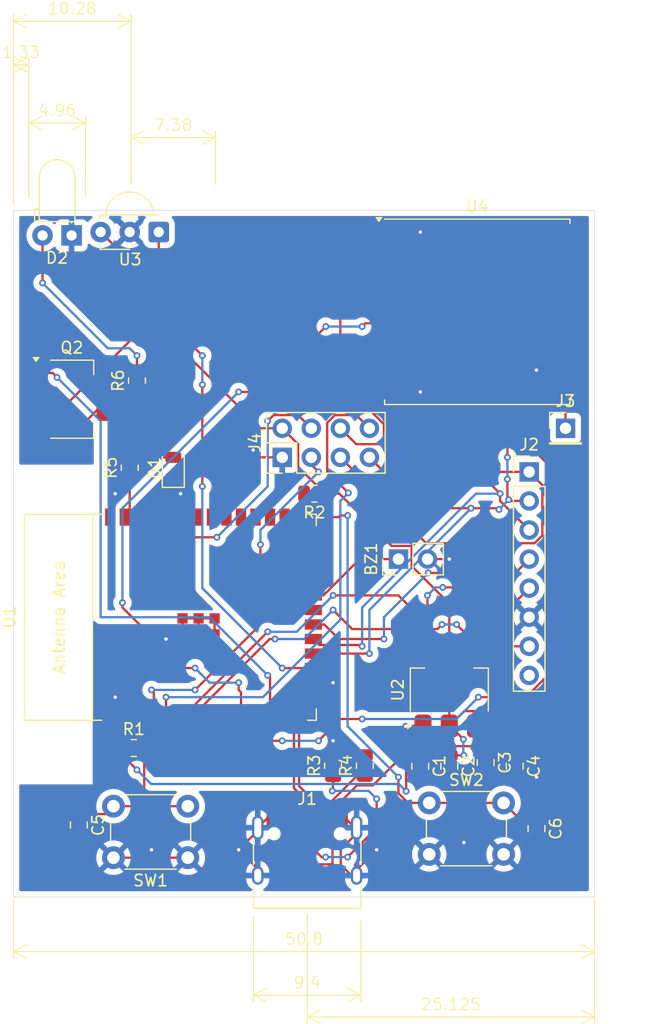
<source format=kicad_pcb>
(kicad_pcb (version 20241229) (generator "pcbnew") (generator_version "9.0")
  (layers (0 "F.Cu" signal) (2 "B.Cu" signal) (13 "F.Paste" user) (15 "B.Paste" user) (5 "F.SilkS" user "F.Silkscreen") (7 "B.SilkS" user "B.Silkscreen") (1 "F.Mask" user) (3 "B.Mask" user) (25 "Edge.Cuts" user))
  (net 0 "")
  (net 1 "GND")
  (net 2 "BUZZER")
  (net 3 "REGULATED_3V3")
  (net 4 "USB_5V")
  (net 5 "Net-(D1-A)")
  (net 6 "Net-(D2-A)")
  (net 8 "Net-(J1-CC1)")
  (net 9 "USB_D-")
  (net 11 "USB_D+")
  (net 12 "Net-(J1-CC2)")
  (net 13 "MOSI")
  (net 14 "SCLK")
  (net 15 "PN532_CS")
  (net 16 "PN532_IRQ")
  (net 18 "MISO")
  (net 19 "CC1101_GDO2")
  (net 20 "CC1101_CS")
  (net 21 "CC1101_GDO0")
  (net 22 "Net-(Q2-C)")
  (net 23 "IR_TX")
  (net 24 "Net-(U1-EN)")
  (net 25 "Net-(U1-GPIO0{slash}BOOT)")
  (net 26 "LED_PIN")
  (net 35 "RFM95_INT")
  (net 44 "IR_RX")
  (net 46 "RFM95_CS")
  (net 48 "Net-(J3-Pin_1)")
  (footprint "Resistor_SMD:R_0805_2012Metric" (layer "F.Cu") (at 116.84 92.9875 90)
    (property "Reference" "R3")
    (property "Value" "5.1k")
  )
  (footprint "Button_Switch_THT:SW_PUSH_6mm_H5mm" (layer "F.Cu") (at 104.14 101.02 180)
    (property "Reference" "SW1")
    (property "Value" "reset")
  )
  (footprint "Resistor_SMD:R_0805_2012Metric" (layer "F.Cu") (at 99.06 66.9525 90)
    (property "Reference" "R5")
    (property "Value" "220")
  )
  (footprint "Button_Switch_THT:SW_PUSH_6mm_H5mm" (layer "F.Cu") (at 125.245 96.23)
    (property "Reference" "SW2")
    (property "Value" "boot")
  )
  (footprint "Connector_PinHeader_2.54mm:PinHeader_1x02_P2.54mm_Vertical" (layer "F.Cu") (at 122.555 74.93 90)
    (property "Reference" "BZ1")
    (property "Value" "Buzzer")
  )
  (footprint "Resistor_SMD:R_0805_2012Metric" (layer "F.Cu") (at 119.6138 92.9737 90)
    (property "Reference" "R4")
    (property "Value" "5.1k")
  )
  (footprint "Connector_PinHeader_2.54mm:PinHeader_2x04_P2.54mm_Vertical" (layer "F.Cu") (at 112.395 66.04 90)
    (property "Reference" "J4")
    (property "Value" "cc1101")
  )
  (footprint "OptoDevice:Vishay_MINICAST-3Pin" (layer "F.Cu") (at 101.6 46.355 180)
    (property "Reference" "U3")
    (property "Value" "TSOP382xx")
  )
  (footprint "Capacitor_SMD:C_0805_2012Metric" (layer "F.Cu") (at 132.715 93.025 -90)
    (property "Reference" "C4")
    (property "Value" "10u")
  )
  (footprint "Connector_PinHeader_2.54mm:PinHeader_1x01_P2.54mm_Vertical" (layer "F.Cu") (at 137.16 63.5)
    (property "Reference" "J3")
    (property "Value" "RFM95_ANTENNA_WIRE")
  )
  (footprint "Capacitor_SMD:C_0805_2012Metric" (layer "F.Cu") (at 124.46 93.025 -90)
    (property "Reference" "C1")
    (property "Value" "10u")
  )
  (footprint "Capacitor_SMD:C_0805_2012Metric" (layer "F.Cu") (at 94.615 98.16 -90)
    (property "Reference" "C5")
    (property "Value" "0.1u")
  )
  (footprint "Resistor_SMD:R_0805_2012Metric" (layer "F.Cu") (at 99.4175 91.44)
    (property "Reference" "R1")
    (property "Value" "10k")
  )
  (footprint "Capacitor_SMD:C_0805_2012Metric" (layer "F.Cu") (at 134.62 98.48 -90)
    (property "Reference" "C6")
    (property "Value" "0.1u")
  )
  (footprint "Connector_PinHeader_2.54mm:PinHeader_1x08_P2.54mm_Vertical" (layer "F.Cu") (at 133.985 67.31)
    (property "Reference" "J2")
    (property "Value" "pn532")
  )
  (footprint "LED_THT:LED_D3.0mm_Horizontal_O1.27mm_Z2.0mm_Clear" (layer "F.Cu") (at 93.98 46.65 180)
    (property "Reference" "D2")
    (property "Value" "IR_LED")
  )
  (footprint "Resistor_SMD:R_0805_2012Metric" (layer "F.Cu") (at 115.2125 69.215 180)
    (property "Reference" "R2")
    (property "Value" "10k")
  )
  (footprint "Package_TO_SOT_SMD:SOT-223-3_TabPin2" (layer "F.Cu") (at 94.005 60.96)
    (property "Reference" "Q2")
    (property "Value" "PZT2222A")
  )
  (footprint "Capacitor_SMD:C_0805_2012Metric" (layer "F.Cu") (at 130.175 92.71 -90)
    (property "Reference" "C3")
    (property "Value" "0.1u")
  )
  (footprint "RF_Module:HOPERF_RFM9XW_SMD" (layer "F.Cu") (at 129.445 53.325)
    (property "Reference" "U4")
    (property "Value" "RFM95W-868S2")
  )
  (footprint "Package_TO_SOT_SMD:SOT-223-3_TabPin2" (layer "F.Cu") (at 127 86.36 90)
    (property "Reference" "U2")
    (property "Value" "AMS1117-3.3")
  )
  (footprint "Capacitor_SMD:C_0805_2012Metric" (layer "F.Cu") (at 127 93.03 -90)
    (property "Reference" "C2")
    (property "Value" "0.1u")
  )
  (footprint "Connector_USB:USB_C_Receptacle_HRO_TYPE-C-31-M-12" (layer "F.Cu") (at 114.575 101.53)
    (property "Reference" "J1")
    (property "Value" "USB_C_Receptacle_USB2.0_16P")
  )
  (footprint "LED_SMD:LED_0805_2012Metric" (layer "F.Cu") (at 102.87 66.9775 90)
    (property "Reference" "D1")
    (property "Value" "LED")
  )
  (footprint "Resistor_SMD:R_0805_2012Metric" (layer "F.Cu") (at 99.695 59.3325 90)
    (property "Reference" "R6")
    (property "Value" "100")
  )
  (footprint "PCM_Espressif:ESP32-S3-WROOM-1" (layer "F.Cu") (at 105.62 80.01 90)
    (property "Reference" "U1")
    (property "Value" "ESP32-S3-WROOM-1")
  )
  (gr_rect (start 88.9 44.45) (end 139.7 104.45) (stroke (width 0.05)) (fill no) (layer "Edge.Cuts"))
  (dimension (type orthogonal) (layer "F.SilkS") (pts (xy 109.875 105.68) (xy 119.275 106.045)) (height 7.35) (orientation 0) (format (prefix "") (suffix "") (units 3) (units_format 0) (precision 4) (suppress_zeroes yes)) (style (thickness 0.1) (arrow_length 1.27) (text_position_mode 0) (arrow_direction outward) (extension_height 0.58642) (extension_offset 0.5) (keep_text_aligned yes)) (gr_text "9.4" (at 114.575 111.93 0) (layer "F.SilkS") (effects (font (size 1 1) (thickness 0.1)))))
  (dimension (type orthogonal) (layer "F.SilkS") (pts (xy 99.18 42.655) (xy 106.56 42.655)) (height -4.555) (orientation 0) (format (prefix "") (suffix "") (units 3) (units_format 0) (precision 4) (suppress_zeroes yes)) (style (thickness 0.1) (arrow_length 1.27) (text_position_mode 0) (arrow_direction outward) (extension_height 0.58642) (extension_offset 0.5) (keep_text_aligned yes)) (gr_text "7.38" (at 102.87 37 0) (layer "F.SilkS") (effects (font (size 1 1) (thickness 0.1)))))
  (dimension (type orthogonal) (layer "F.SilkS") (pts (xy 88.9 44.45) (xy 90.23 43.815)) (height -12.7) (orientation 0) (format (prefix "") (suffix "") (units 3) (units_format 0) (precision 4) (suppress_zeroes yes)) (style (thickness 0.1) (arrow_length 1.27) (text_position_mode 0) (arrow_direction outward) (extension_height 0.58642) (extension_offset 0.5) (keep_text_aligned yes)) (gr_text "1.33" (at 89.565 30.65 0) (layer "F.SilkS") (effects (font (size 1 1) (thickness 0.1)))))
  (dimension (type orthogonal) (layer "F.SilkS") (pts (xy 88.9 44.45) (xy 99.18 42.655)) (height -16.51) (orientation 0) (format (prefix "") (suffix "") (units 3) (units_format 0) (precision 4) (suppress_zeroes yes)) (style (thickness 0.1) (arrow_length 1.27) (text_position_mode 0) (arrow_direction outward) (extension_height 0.58642) (extension_offset 0.5) (keep_text_aligned yes)) (gr_text "10.28" (at 94.04 26.84 0) (layer "F.SilkS") (effects (font (size 1 1) (thickness 0.1)))))
  (dimension (type orthogonal) (layer "F.SilkS") (pts (xy 88.9 104.14) (xy 139.7 104.14)) (height 5.08) (orientation 0) (format (prefix "") (suffix "") (units 3) (units_format 0) (precision 4) (suppress_zeroes yes)) (style (thickness 0.1) (arrow_length 1.27) (text_position_mode 0) (arrow_direction outward) (extension_height 0.58642) (extension_offset 0.5) (keep_text_aligned yes)) (gr_text "50.8" (at 114.3 108.12 0) (layer "F.SilkS") (effects (font (size 1 1) (thickness 0.1)))))
  (dimension (type orthogonal) (layer "F.SilkS") (pts (xy 90.23 43.815) (xy 95.19 43.815)) (height -6.985) (orientation 0) (format (prefix "") (suffix "") (units 3) (units_format 0) (precision 4) (suppress_zeroes yes)) (style (thickness 0.1) (arrow_length 1.27) (text_position_mode 0) (arrow_direction outward) (extension_height 0.58642) (extension_offset 0.5) (keep_text_aligned yes)) (gr_text "4.96" (at 92.71 35.73 0) (layer "F.SilkS") (effects (font (size 1 1) (thickness 0.1)))))
  (dimension (type orthogonal) (layer "F.SilkS") (pts (xy 114.575 105.43) (xy 139.7 104.14)) (height 9.505) (orientation 0) (format (prefix "") (suffix "") (units 3) (units_format 0) (precision 4) (suppress_zeroes yes)) (style (thickness 0.1) (arrow_length 1.27) (text_position_mode 0) (arrow_direction outward) (extension_height 0.58642) (extension_offset 0.5) (keep_text_aligned yes)) (gr_text "25.125" (at 127.1375 113.835 0) (layer "F.SilkS") (effects (font (size 1 1) (thickness 0.1)))))
  (segment (start 111.17 97.485) (end 110.255 98.4) (width 0.2) (layer "F.Cu") (net 1))
  (segment (start 136.97 58.325) (end 134.715 58.325) (width 0.2) (layer "F.Cu") (net 1))
  (segment (start 126.28 99.695) (end 125.245 100.73) (width 0.2) (layer "F.Cu") (net 1))
  (segment (start 97.36 69.645) (end 97.79 69.215) (width 0.2) (layer "F.Cu") (net 1))
  (segment (start 118.895 102.58) (end 118.895 102.085) (width 0.2) (layer "F.Cu") (net 1))
  (segment (start 119.6138 92.0612) (end 116.8538 92.0612) (width 0.2) (layer "F.Cu") (net 1))
  (segment (start 103.68 80.11) (end 106.48 80.11) (width 0.2) (layer "F.Cu") (net 1))
  (segment (start 108.585 100.33) (end 110.255 98.66) (width 0.2) (layer "F.Cu") (net 1))
  (segment (start 118.895 98.91) (end 117.509 100.296) (width 0.2) (layer "F.Cu") (net 1))
  (segment (start 102.87 67.915) (end 102.87 68.58) (width 0.2) (layer "F.Cu") (net 1))
  (segment (start 110.255 98.66) (end 110.255 98.4) (width 0.2) (layer "F.Cu") (net 1))
  (segment (start 100.965 100.33) (end 101.655 101.02) (width 0.2) (layer "F.Cu") (net 1))
  (segment (start 118.895 98.4) (end 118.895 98.91) (width 0.2) (layer "F.Cu") (net 1))
  (segment (start 115.12 85.725) (end 116.84 85.725) (width 0.2) (layer "F.Cu") (net 1))
  (segment (start 110.255 102) (end 110.255 102.58) (width 0.2) (layer "F.Cu") (net 1))
  (segment (start 97.36 88.76) (end 97.36 87.425) (width 0.2) (layer "F.Cu") (net 1))
  (segment (start 105.08 82.91) (end 105.08 81.51) (width 0.2) (layer "F.Cu") (net 1))
  (segment (start 101.655 101.02) (end 104.14 101.02) (width 0.2) (layer "F.Cu") (net 1))
  (segment (start 108.585 100.33) (end 110.255 102) (width 0.2) (layer "F.Cu") (net 1))
  (segment (start 118.74 98.4) (end 117.825 97.485) (width 0.2) (layer "F.Cu") (net 1))
  (segment (start 127 93.98) (end 124.465 93.98) (width 0.2) (layer "F.Cu") (net 1))
  (segment (start 116.84 92.075) (end 116.84 90.805) (width 0.2) (layer "F.Cu") (net 1))
  (segment (start 112.395 66.04) (end 110.49 66.04) (width 0.2) (layer "F.Cu") (net 1))
  (segment (start 116.8538 92.0612) (end 116.84 92.075) (width 0.2) (layer "F.Cu") (net 1))
  (segment (start 100.965 100.33) (end 100.275 101.02) (width 0.2) (layer "F.Cu") (net 1))
  (segment (start 132.715 93.975) (end 130.49 93.975) (width 0.2) (layer "F.Cu") (net 1))
  (segment (start 134.62 99.43) (end 133.045 99.43) (width 0.2) (layer "F.Cu") (net 1))
  (segment (start 102.235 81.915) (end 103.275 81.915) (width 0.2) (layer "F.Cu") (net 1))
  (segment (start 129.855 93.98) (end 130.175 93.66) (width 0.2) (layer "F.Cu") (net 1))
  (segment (start 128.27 99.695) (end 126.28 99.695) (width 0.2) (layer "F.Cu") (net 1))
  (segment (start 127 93.98) (end 129.855 93.98) (width 0.2) (layer "F.Cu") (net 1))
  (segment (start 128.27 99.695) (end 130.71 99.695) (width 0.2) (layer "F.Cu") (net 1))
  (segment (start 130.49 93.975) (end 130.175 93.66) (width 0.2) (layer "F.Cu") (net 1))
  (segment (start 94.615 99.11) (end 95.73 99.11) (width 0.2) (layer "F.Cu") (net 1))
  (segment (start 118.895 98.4) (end 118.74 98.4) (width 0.2) (layer "F.Cu") (net 1))
  (segment (start 118.455 102.58) (end 118.895 102.58) (width 0.2) (layer "F.Cu") (net 1))
  (segment (start 106.48 82.91) (end 103.68 82.91) (width 0.2) (layer "F.Cu") (net 1))
  (segment (start 117.509 101.634) (end 118.455 102.58) (width 0.2) (layer "F.Cu") (net 1))
  (segment (start 134.615 93.975) (end 134.62 93.98) (width 0.2) (layer "F.Cu") (net 1))
  (segment (start 117.509 100.296) (end 117.509 101.634) (width 0.2) (layer "F.Cu") (net 1))
  (segment (start 103.68 80.11) (end 103.68 81.51) (width 0.2) (layer "F.Cu") (net 1))
  (segment (start 124.465 93.98) (end 124.46 93.975) (width 0.2) (layer "F.Cu") (net 1))
  (segment (start 103.275 81.915) (end 103.68 81.51) (width 0.2) (layer "F.Cu") (net 1))
  (segment (start 106.48 81.51) (end 103.68 81.51) (width 0.2) (layer "F.Cu") (net 1))
  (segment (start 124.7 89.51) (end 123.215 89.51) (width 0.2) (layer "F.Cu") (net 1))
  (segment (start 123.215 89.51) (end 123.19 89.535) (width 0.2) (layer "F.Cu") (net 1))
  (segment (start 125.095 74.93) (end 127 74.93) (width 0.2) (layer "F.Cu") (net 1))
  (segment (start 130.71 99.695) (end 131.745 100.73) (width 0.2) (layer "F.Cu") (net 1))
  (segment (start 103.68 81.51) (end 103.68 82.91) (width 0.2) (layer "F.Cu") (net 1))
  (segment (start 134.715 58.325) (end 134.62 58.42) (width 0.2) (layer "F.Cu") (net 1))
  (segment (start 100.275 101.02) (end 97.64 101.02) (width 0.2) (layer "F.Cu") (net 1))
  (segment (start 121.92 60.325) (end 124.46 60.325) (width 0.2) (layer "F.Cu") (net 1))
  (segment (start 111.325 97.485) (end 111.17 97.485) (width 0.2) (layer "F.Cu") (net 1))
  (segment (start 97.36 71.26) (end 97.36 69.645) (width 0.2) (layer "F.Cu") (net 1))
  (segment (start 106.48 80.11) (end 106.48 81.51) (width 0.2) (layer "F.Cu") (net 1))
  (segment (start 118.895 102.085) (end 120.65 100.33) (width 0.2) (layer "F.Cu") (net 1))
  (segment (start 132.715 93.975) (end 134.615 93.975) (width 0.2) (layer "F.Cu") (net 1))
  (segment (start 133.045 99.43) (end 131.745 100.73) (width 0.2) (layer "F.Cu") (net 1))
  (segment (start 102.87 68.58) (end 103.505 69.215) (width 0.2) (layer "F.Cu") (net 1))
  (segment (start 97.36 87.425) (end 97.79 86.995) (width 0.2) (layer "F.Cu") (net 1))
  (segment (start 121.92 46.325) (end 124.43 46.325) (width 0.2) (layer "F.Cu") (net 1))
  (segment (start 124.43 46.325) (end 124.46 46.355) (width 0.2) (layer "F.Cu") (net 1))
  (segment (start 95.73 99.11) (end 97.64 101.02) (width 0.2) (layer "F.Cu") (net 1))
  (segment (start 105.08 80.11) (end 105.08 81.51) (width 0.2) (layer "F.Cu") (net 1))
  (segment (start 110.49 66.04) (end 109.855 65.405) (width 0.2) (layer "F.Cu") (net 1))
  (segment (start 106.48 82.91) (end 106.48 81.51) (width 0.2) (layer "F.Cu") (net 1))
  (via (at 124.46 46.355) (size 0.6) (drill 0.3) (layers "F.Cu" "B.Cu") (net 1))
  (via (at 116.84 85.725) (size 0.6) (drill 0.3) (layers "F.Cu" "B.Cu") (net 1))
  (via (at 127 74.93) (size 0.6) (drill 0.3) (layers "F.Cu" "B.Cu") (net 1))
  (via (at 108.585 100.33) (size 0.6) (drill 0.3) (layers "F.Cu" "B.Cu") (net 1))
  (via (at 102.235 81.915) (size 0.6) (drill 0.3) (layers "F.Cu" "B.Cu") (net 1))
  (via (at 103.505 69.215) (size 0.6) (drill 0.3) (layers "F.Cu" "B.Cu") (net 1))
  (via (at 97.79 69.215) (size 0.6) (drill 0.3) (layers "F.Cu" "B.Cu") (net 1))
  (via (at 97.79 86.995) (size 0.6) (drill 0.3) (layers "F.Cu" "B.Cu") (net 1))
  (via (at 124.46 60.325) (size 0.6) (drill 0.3) (layers "F.Cu" "B.Cu") (net 1))
  (via (at 109.855 65.405) (size 0.6) (drill 0.3) (layers "F.Cu" "B.Cu") (net 1))
  (via (at 128.27 99.695) (size 0.6) (drill 0.3) (layers "F.Cu" "B.Cu") (net 1))
  (via (at 123.19 89.535) (size 0.6) (drill 0.3) (layers "F.Cu" "B.Cu") (net 1))
  (via (at 100.965 100.33) (size 0.6) (drill 0.3) (layers "F.Cu" "B.Cu") (net 1))
  (via (at 134.62 93.98) (size 0.6) (drill 0.3) (layers "F.Cu" "B.Cu") (net 1))
  (via (at 134.62 58.42) (size 0.6) (drill 0.3) (layers "F.Cu" "B.Cu") (net 1))
  (via (at 120.65 100.33) (size 0.6) (drill 0.3) (layers "F.Cu" "B.Cu") (net 1))
  (via (at 116.84 90.805) (size 0.6) (drill 0.3) (layers "F.Cu" "B.Cu") (net 1))
  (segment (start 119.165057 74.93) (end 115.990057 78.105) (width 0.2) (layer "F.Cu") (net 2))
  (segment (start 115.990057 78.105) (end 115.12 78.105) (width 0.2) (layer "F.Cu") (net 2))
  (segment (start 122.555 74.93) (end 119.165057 74.93) (width 0.2) (layer "F.Cu") (net 2))
  (segment (start 138.746 82.52386) (end 133.06086 88.209) (width 0.2) (layer "F.Cu") (net 3))
  (segment (start 100.33 54.612792) (end 91.682792 63.26) (width 0.2) (layer "F.Cu") (net 3))
  (segment (start 112.395 63.5) (end 110.49 63.5) (width 0.2) (layer "F.Cu") (net 3))
  (segment (start 127 89.51) (end 127.065812 89.51) (width 0.2) (layer "F.Cu") (net 3))
  (segment (start 123.226765 93.308235) (end 124.46 92.075) (width 0.2) (layer "F.Cu") (net 3))
  (segment (start 98.63 88.76) (end 98.63 91.315) (width 0.2) (layer "F.Cu") (net 3))
  (segment (start 113.784 64.889) (end 112.395 63.5) (width 0.2) (layer "F.Cu") (net 3))
  (segment (start 98.505 91.44) (end 98.505 92.155) (width 0.2) (layer "F.Cu") (net 3))
  (segment (start 136.97 52.325) (end 137.319692 52.325) (width 0.2) (layer "F.Cu") (net 3))
  (segment (start 98.63 91.315) (end 98.505 91.44) (width 0.2) (layer "F.Cu") (net 3))
  (segment (start 133.06086 88.209) (end 128.301 88.209) (width 0.2) (layer "F.Cu") (net 3))
  (segment (start 116.125 69.215) (end 117.395 69.215) (width 0.2) (layer "F.Cu") (net 3))
  (segment (start 100.33 50.165) (end 96.52 46.355) (width 0.2) (layer "F.Cu") (net 3))
  (segment (start 116.125 69.215) (end 113.784 66.874) (width 0.2) (layer "F.Cu") (net 3))
  (segment (start 127 89.51) (end 127 83.21) (width 0.2) (layer "F.Cu") (net 3))
  (segment (start 127.065812 89.51) (end 128.229812 90.674) (width 0.2) (layer "F.Cu") (net 3))
  (segment (start 123.706 75.526) (end 123.706 73.779) (width 0.2) (layer "F.Cu") (net 3))
  (segment (start 132.675 78.78) (end 126.96 78.78) (width 0.2) (layer "F.Cu") (net 3))
  (segment (start 128.301 88.209) (end 127 89.51) (width 0.2) (layer "F.Cu") (net 3))
  (segment (start 137.319692 52.325) (end 138.746 53.751308) (width 0.2) (layer "F.Cu") (net 3))
  (segment (start 121.959 73.779) (end 117.395 69.215) (width 0.2) (layer "F.Cu") (net 3))
  (segment (start 91.682792 63.26) (end 90.855 63.26) (width 0.2) (layer "F.Cu") (net 3))
  (segment (start 127 78.82) (end 127 83.21) (width 0.2) (layer "F.Cu") (net 3))
  (segment (start 113.784 66.874) (end 113.784 64.889) (width 0.2) (layer "F.Cu") (net 3))
  (segment (start 138.746 53.751308) (end 138.746 82.52386) (width 0.2) (layer "F.Cu") (net 3))
  (segment (start 110.49 63.5) (end 100.33 53.34) (width 0.2) (layer "F.Cu") (net 3))
  (segment (start 127.005 92.075) (end 127 92.08) (width 0.2) (layer "F.Cu") (net 3))
  (segment (start 100.33 53.34) (end 100.33 54.612792) (width 0.2) (layer "F.Cu") (net 3))
  (segment (start 128.27 92.075) (end 127.005 92.075) (width 0.2) (layer "F.Cu") (net 3))
  (segment (start 133.985 77.47) (end 132.675 78.78) (width 0.2) (layer "F.Cu") (net 3))
  (segment (start 126.96 78.78) (end 123.706 75.526) (width 0.2) (layer "F.Cu") (net 3))
  (segment (start 126.96 78.78) (end 127 78.82) (width 0.2) (layer "F.Cu") (net 3))
  (segment (start 123.706 73.779) (end 121.959 73.779) (width 0.2) (layer "F.Cu") (net 3))
  (segment (start 126.37 92.08) (end 126.365 92.075) (width 0.2) (layer "F.Cu") (net 3))
  (segment (start 98.505 92.155) (end 99.695 93.345) (width 0.2) (layer "F.Cu") (net 3))
  (segment (start 100.33 53.34) (end 100.33 50.165) (width 0.2) (layer "F.Cu") (net 3))
  (segment (start 127 92.08) (end 126.37 92.08) (width 0.2) (layer "F.Cu") (net 3))
  (segment (start 123.226765 95.213235) (end 123.226765 93.308235) (width 0.2) (layer "F.Cu") (net 3))
  (segment (start 126.365 92.075) (end 124.46 92.075) (width 0.2) (layer "F.Cu") (net 3))
  (via (at 99.695 93.345) (size 0.6) (drill 0.3) (layers "F.Cu" "B.Cu") (net 3))
  (via (at 128.27 92.075) (size 0.6) (drill 0.3) (layers "F.Cu" "B.Cu") (net 3))
  (via (at 123.226765 95.213235) (size 0.6) (drill 0.3) (layers "F.Cu" "B.Cu") (net 3))
  (via (at 128.229812 90.674) (size 0.6) (drill 0.3) (layers "F.Cu" "B.Cu") (net 3))
  (segment (start 99.695 93.345) (end 100.931 94.581) (width 0.2) (layer "B.Cu") (net 3))
  (segment (start 122.59453 94.581) (end 123.226765 95.213235) (width 0.2) (layer "B.Cu") (net 3))
  (segment (start 128.229812 90.674) (end 128.229812 92.034812) (width 0.2) (layer "B.Cu") (net 3))
  (segment (start 100.931 94.581) (end 122.59453 94.581) (width 0.2) (layer "B.Cu") (net 3))
  (segment (start 128.229812 92.034812) (end 128.27 92.075) (width 0.2) (layer "B.Cu") (net 3))
  (segment (start 116.789 101.549) (end 116.789 98.646) (width 0.2) (layer "F.Cu") (net 4))
  (segment (start 112.395 98.68) (end 112.395 101.6) (width 0.2) (layer "F.Cu") (net 4))
  (segment (start 112.125 98.41) (end 112.395 98.68) (width 0.2) (layer "F.Cu") (net 4))
  (segment (start 123.74984 91.274) (end 129.689 91.274) (width 0.2) (layer "F.Cu") (net 4))
  (segment (start 118.92864 94.6997) (end 120.32414 94.6997) (width 0.2) (layer "F.Cu") (net 4))
  (segment (start 117.025 98.41) (end 117.025 97.485) (width 0.2) (layer "F.Cu") (net 4))
  (segment (start 130.49 92.075) (end 130.175 91.76) (width 0.2) (layer "F.Cu") (net 4))
  (segment (start 116.925 98.51) (end 117.025 98.41) (width 0.2) (layer "F.Cu") (net 4))
  (segment (start 132.715 92.075) (end 130.49 92.075) (width 0.2) (layer "F.Cu") (net 4))
  (segment (start 116.789 98.646) (end 116.925 98.51) (width 0.2) (layer "F.Cu") (net 4))
  (segment (start 116.84 101.6) (end 116.789 101.549) (width 0.2) (layer "F.Cu") (net 4))
  (segment (start 117.025 97.485) (end 117.025 96.60334) (width 0.2) (layer "F.Cu") (net 4))
  (segment (start 120.32414 94.6997) (end 123.74984 91.274) (width 0.2) (layer "F.Cu") (net 4))
  (segment (start 129.689 91.274) (end 130.175 91.76) (width 0.2) (layer "F.Cu") (net 4))
  (segment (start 129.3 89.51) (end 129.3 90.885) (width 0.2) (layer "F.Cu") (net 4))
  (segment (start 112.125 97.485) (end 112.125 98.41) (width 0.2) (layer "F.Cu") (net 4))
  (segment (start 117.025 96.60334) (end 118.92864 94.6997) (width 0.2) (layer "F.Cu") (net 4))
  (segment (start 112.395 101.6) (end 116.84 101.6) (width 0.2) (layer "F.Cu") (net 4))
  (segment (start 129.3 90.885) (end 130.175 91.76) (width 0.2) (layer "F.Cu") (net 4))
  (segment (start 102.87 66.04) (end 99.06 66.04) (width 0.2) (layer "F.Cu") (net 5))
  (segment (start 91.44 50.8) (end 91.44 46.65) (width 0.2) (layer "F.Cu") (net 6))
  (segment (start 99.695 58.42) (end 99.695 57.15) (width 0.2) (layer "F.Cu") (net 6))
  (via (at 91.44 50.8) (size 0.6) (drill 0.3) (layers "F.Cu" "B.Cu") (net 6))
  (via (at 99.695 57.15) (size 0.6) (drill 0.3) (layers "F.Cu" "B.Cu") (net 6))
  (segment (start 99.695 57.15) (end 99.06 56.515) (width 0.2) (layer "B.Cu") (net 6))
  (segment (start 97.155 56.515) (end 91.44 50.8) (width 0.2) (layer "B.Cu") (net 6))
  (segment (start 99.06 56.515) (end 97.155 56.515) (width 0.2) (layer "B.Cu") (net 6))
  (segment (start 120.65 95.885) (end 120.65 98.425) (width 0.2) (layer "F.Cu") (net 8))
  (segment (start 116.84 93.9) (end 116.84 95.11147) (width 0.2) (layer "F.Cu") (net 8))
  (segment (start 120.65 98.425) (end 118.11 100.965) (width 0.2) (layer "F.Cu") (net 8))
  (segment (start 115.828 100.965) (end 113.325 98.462) (width 0.2) (layer "F.Cu") (net 8))
  (segment (start 116.189 100.965) (end 115.828 100.965) (width 0.2) (layer "F.Cu") (net 8))
  (segment (start 113.325 98.462) (end 113.325 97.485) (width 0.2) (layer "F.Cu") (net 8))
  (segment (start 116.84 95.11147) (end 116.770735 95.180735) (width 0.2) (layer "F.Cu") (net 8))
  (via (at 118.11 100.965) (size 0.6) (drill 0.3) (layers "F.Cu" "B.Cu") (net 8))
  (via (at 116.189 100.965) (size 0.6) (drill 0.3) (layers "F.Cu" "B.Cu") (net 8))
  (via (at 120.65 95.885) (size 0.6) (drill 0.3) (layers "F.Cu" "B.Cu") (net 8))
  (via (at 116.770735 95.180735) (size 0.6) (drill 0.3) (layers "F.Cu" "B.Cu") (net 8))
  (segment (start 119.945735 95.180735) (end 120.65 95.885) (width 0.2) (layer "B.Cu") (net 8))
  (segment (start 116.770735 95.180735) (end 119.945735 95.180735) (width 0.2) (layer "B.Cu") (net 8))
  (segment (start 118.11 100.965) (end 116.189 100.965) (width 0.2) (layer "B.Cu") (net 8))
  (segment (start 114.825 96.397499) (end 114.85 96.372499) (width 0.2) (layer "F.Cu") (net 9))
  (segment (start 113.119 89.279) (end 112.6 88.76) (width 0.2) (layer "F.Cu") (net 9))
  (segment (start 113.825 97.485) (end 113.825 96.508) (width 0.2) (layer "F.Cu") (net 9))
  (segment (start 113.825 96.508) (end 113.874 96.459) (width 0.2) (layer "F.Cu") (net 9))
  (segment (start 114.825 97.485) (end 114.825 96.397499) (width 0.2) (layer "F.Cu") (net 9))
  (segment (start 114.3 96.459) (end 114.776 96.459) (width 0.2) (layer "F.Cu") (net 9))
  (segment (start 114.847953 96.372499) (end 113.41902 94.943566) (width 0.2) (layer "F.Cu") (net 9))
  (segment (start 113.119 89.811) (end 113.119 89.279) (width 0.2) (layer "F.Cu") (net 9))
  (segment (start 113.874 96.459) (end 114.3 96.459) (width 0.2) (layer "F.Cu") (net 9))
  (segment (start 113.41902 94.943566) (end 113.41902 90.11102) (width 0.2) (layer "F.Cu") (net 9))
  (segment (start 114.825 96.508) (end 114.825 97.485) (width 0.2) (layer "F.Cu") (net 9))
  (segment (start 114.85 96.372499) (end 114.847953 96.372499) (width 0.2) (layer "F.Cu") (net 9))
  (segment (start 113.41902 90.11102) (end 113.119 89.811) (width 0.2) (layer "F.Cu") (net 9))
  (segment (start 114.776 96.459) (end 114.825 96.508) (width 0.2) (layer "F.Cu") (net 9))
  (segment (start 113.869 89.394603) (end 113.87 89.393603) (width 0.2) (layer "F.Cu") (net 11))
  (segment (start 115.3 96.372499) (end 115.3 96.188178) (width 0.2) (layer "F.Cu") (net 11))
  (segment (start 115.325 97.485) (end 115.325 96.397499) (width 0.2) (layer "F.Cu") (net 11))
  (segment (start 115.325 96.397499) (end 115.3 96.372499) (width 0.2) (layer "F.Cu") (net 11))
  (segment (start 114.374 98.511) (end 115.276 98.511) (width 0.2) (layer "F.Cu") (net 11))
  (segment (start 113.869 94.757178) (end 113.869 89.394603) (width 0.2) (layer "F.Cu") (net 11))
  (segment (start 115.276 98.511) (end 115.325 98.462) (width 0.2) (layer "F.Cu") (net 11))
  (segment (start 113.87 89.393603) (end 113.87 88.76) (width 0.2) (layer "F.Cu") (net 11))
  (segment (start 115.325 98.462) (end 115.325 97.485) (width 0.2) (layer "F.Cu") (net 11))
  (segment (start 114.325 97.485) (end 114.325 98.462) (width 0.2) (layer "F.Cu") (net 11))
  (segment (start 114.325 98.462) (end 114.374 98.511) (width 0.2) (layer "F.Cu") (net 11))
  (segment (start 115.3 96.188178) (end 113.869 94.757178) (width 0.2) (layer "F.Cu") (net 11))
  (segment (start 118.9138 93.8862) (end 116.325 96.475) (width 0.2) (layer "F.Cu") (net 12))
  (segment (start 119.6138 93.8862) (end 118.9138 93.8862) (width 0.2) (layer "F.Cu") (net 12))
  (segment (start 116.325 96.475) (end 116.325 97.485) (width 0.2) (layer "F.Cu") (net 12))
  (segment (start 115.639 82.434) (end 115.12 81.915) (width 0.2) (layer "F.Cu") (net 13))
  (segment (start 117.475 59.33224) (end 121.285 63.14224) (width 0.2) (layer "F.Cu") (net 13))
  (segment (start 133.985 72.39) (end 131.445 69.85) (width 0.2) (layer "F.Cu") (net 13))
  (segment (start 117.475 63.5) (end 118.864 64.889) (width 0.2) (layer "F.Cu") (net 13))
  (segment (start 121.92 50.325) (end 120.445 50.325) (width 0.2) (layer "F.Cu") (net 13))
  (segment (start 118.864 64.889) (end 121.285 64.889) (width 0.2) (layer "F.Cu") (net 13))
  (segment (start 119.38 82.55) (end 119.264 82.434) (width 0.2) (layer "F.Cu") (net 13))
  (segment (start 120.445 50.325) (end 117.475 53.295) (width 0.2) (layer "F.Cu") (net 13))
  (segment (start 127.119 64.889) (end 131.445 69.215) (width 0.2) (layer "F.Cu") (net 13))
  (segment (start 119.264 82.434) (end 115.639 82.434) (width 0.2) (layer "F.Cu") (net 13))
  (segment (start 121.285 64.889) (end 127.119 64.889) (width 0.2) (layer "F.Cu") (net 13))
  (segment (start 121.285 63.14224) (end 121.285 64.889) (width 0.2) (layer "F.Cu") (net 13))
  (segment (start 117.475 53.295) (end 117.475 59.33224) (width 0.2) (layer "F.Cu") (net 13))
  (segment (start 131.445 69.85) (end 131.445 69.215) (width 0.2) (layer "F.Cu") (net 13))
  (via (at 131.445 69.215) (size 0.6) (drill 0.3) (layers "F.Cu" "B.Cu") (net 13))
  (via (at 119.38 82.55) (size 0.6) (drill 0.3) (layers "F.Cu" "B.Cu") (net 13))
  (segment (start 131.445 69.215) (end 129.325057 69.215) (width 0.2) (layer "B.Cu") (net 13))
  (segment (start 119.38 79.160057) (end 119.38 82.55) (width 0.2) (layer "B.Cu") (net 13))
  (segment (start 129.325057 69.215) (end 119.38 79.160057) (width 0.2) (layer "B.Cu") (net 13))
  (segment (start 127.353 64.488) (end 130.81 67.945) (width 0.2) (layer "F.Cu") (net 14))
  (segment (start 130.81 67.945) (end 131.445 67.31) (width 0.2) (layer "F.Cu") (net 14))
  (segment (start 135.136 68.461) (end 135.136 72.86676) (width 0.2) (layer "F.Cu") (net 14))
  (segment (start 133.985 67.31) (end 135.136 68.461) (width 0.2) (layer "F.Cu") (net 14))
  (segment (start 134.46176 73.541) (end 130.175 73.541) (width 0.2) (layer "F.Cu") (net 14))
  (segment (start 117.475 66.04) (end 124.976 73.541) (width 0.2) (layer "F.Cu") (net 14))
  (segment (start 116.07 80.645) (end 115.12 80.645) (width 0.2) (layer "F.Cu") (net 14))
  (segment (start 117.34 81.915) (end 116.07 80.645) (width 0.2) (layer "F.Cu") (net 14))
  (segment (start 135.136 72.86676) (end 134.46176 73.541) (width 0.2) (layer "F.Cu") (net 14))
  (segment (start 123.395 52.325) (end 125.095 54.025) (width 0.2) (layer "F.Cu") (net 14))
  (segment (start 130.175 73.541) (end 127.582765 76.133235) (width 0.2) (layer "F.Cu") (net 14))
  (segment (start 125.095 54.025) (end 125.095 64.488) (width 0.2) (layer "F.Cu") (net 14))
  (segment (start 121.92 52.325) (end 123.395 52.325) (width 0.2) (layer "F.Cu") (net 14))
  (segment (start 125.095 64.488) (end 127.353 64.488) (width 0.2) (layer "F.Cu") (net 14))
  (segment (start 131.445 67.31) (end 133.985 67.31) (width 0.2) (layer "F.Cu") (net 14))
  (segment (start 127.582765 76.133235) (end 125.161765 76.133235) (width 0.2) (layer "F.Cu") (net 14))
  (segment (start 121.285 81.915) (end 117.34 81.915) (width 0.2) (layer "F.Cu") (net 14))
  (segment (start 124.976 73.541) (end 130.175 73.541) (width 0.2) (layer "F.Cu") (net 14))
  (via (at 125.161765 76.133235) (size 0.6) (drill 0.3) (layers "F.Cu" "B.Cu") (net 14))
  (via (at 121.285 81.915) (size 0.6) (drill 0.3) (layers "F.Cu" "B.Cu") (net 14))
  (segment (start 125.161765 76.133235) (end 121.285 80.01) (width 0.2) (layer "B.Cu") (net 14))
  (segment (start 121.285 80.01) (end 121.285 81.915) (width 0.2) (layer "B.Cu") (net 14))
  (segment (start 111.125 81.28) (end 104.696 87.709) (width 0.2) (layer "F.Cu") (net 15))
  (segment (start 131.511765 77.403235) (end 126.431765 77.403235) (width 0.2) (layer "F.Cu") (net 15))
  (segment (start 125.095 80.645) (end 122.555 78.105) (width 0.2) (layer "F.Cu") (net 15))
  (segment (start 104.696 87.709) (end 103.811 87.709) (width 0.2) (layer "F.Cu") (net 15))
  (segment (start 133.985 74.93) (end 131.511765 77.403235) (width 0.2) (layer "F.Cu") (net 15))
  (segment (start 103.811 87.709) (end 103.71 87.81) (width 0.2) (layer "F.Cu") (net 15))
  (segment (start 103.71 87.81) (end 103.71 88.76) (width 0.2) (layer "F.Cu") (net 15))
  (segment (start 125.095 78.105) (end 125.095 80.645) (width 0.2) (layer "F.Cu") (net 15))
  (segment (start 122.555 78.105) (end 116.84 78.105) (width 0.2) (layer "F.Cu") (net 15))
  (segment (start 103.71 89.292) (end 103.71 88.76) (width 0.2) (layer "F.Cu") (net 15))
  (via (at 111.125 81.28) (size 0.6) (drill 0.3) (layers "F.Cu" "B.Cu") (net 15))
  (via (at 116.84 78.105) (size 0.6) (drill 0.3) (layers "F.Cu" "B.Cu") (net 15))
  (via (at 126.431765 77.403235) (size 0.6) (drill 0.3) (layers "F.Cu" "B.Cu") (net 15))
  (via (at 125.095 78.105) (size 0.6) (drill 0.3) (layers "F.Cu" "B.Cu") (net 15))
  (segment (start 113.665 81.28) (end 111.125 81.28) (width 0.2) (layer "B.Cu") (net 15))
  (segment (start 125.796765 77.403235) (end 125.095 78.105) (width 0.2) (layer "B.Cu") (net 15))
  (segment (start 116.84 78.105) (end 113.665 81.28) (width 0.2) (layer "B.Cu") (net 15))
  (segment (start 126.431765 77.403235) (end 125.796765 77.403235) (width 0.2) (layer "B.Cu") (net 15))
  (segment (start 104.98 88.228) (end 104.98 88.76) (width 0.2) (layer "F.Cu") (net 16))
  (segment (start 133.985 82.55) (end 129.54 82.55) (width 0.2) (layer "F.Cu") (net 16))
  (segment (start 129.54 82.55) (end 127.635 80.645) (width 0.2) (layer "F.Cu") (net 16))
  (segment (start 125.964 81.046) (end 118.511 81.046) (width 0.2) (layer "F.Cu") (net 16))
  (segment (start 118.511 81.046) (end 116.84 79.375) (width 0.2) (layer "F.Cu") (net 16))
  (segment (start 111.293 81.915) (end 104.98 88.228) (width 0.2) (layer "F.Cu") (net 16))
  (segment (start 111.76 81.915) (end 111.293 81.915) (width 0.2) (layer "F.Cu") (net 16))
  (segment (start 126.365 80.645) (end 125.964 81.046) (width 0.2) (layer "F.Cu") (net 16))
  (via (at 116.84 79.375) (size 0.6) (drill 0.3) (layers "F.Cu" "B.Cu") (net 16))
  (via (at 111.76 81.915) (size 0.6) (drill 0.3) (layers "F.Cu" "B.Cu") (net 16))
  (via (at 126.365 80.645) (size 0.6) (drill 0.3) (layers "F.Cu" "B.Cu") (net 16))
  (via (at 127.635 80.645) (size 0.6) (drill 0.3) (layers "F.Cu" "B.Cu") (net 16))
  (segment (start 127.635 80.645) (end 126.365 80.645) (width 0.2) (layer "B.Cu") (net 16))
  (segment (start 116.84 79.375) (end 114.3 81.915) (width 0.2) (layer "B.Cu") (net 16))
  (segment (start 114.3 81.915) (end 111.76 81.915) (width 0.2) (layer "B.Cu") (net 16))
  (segment (start 132.29353 69.85) (end 132.186765 69.743235) (width 0.2) (layer "F.Cu") (net 18))
  (segment (start 120.015 66.04) (end 124.46 70.485) (width 0.2) (layer "F.Cu") (net 18))
  (segment (start 131.23147 70.485) (end 128.905 70.485) (width 0.2) (layer "F.Cu") (net 18))
  (segment (start 120.015 83.185) (end 115.12 83.185) (width 0.2) (layer "F.Cu") (net 18))
  (segment (start 132.08 69.63647) (end 132.186765 69.743235) (width 0.2) (layer "F.Cu") (net 18))
  (segment (start 133.985 69.85) (end 132.29353 69.85) (width 0.2) (layer "F.Cu") (net 18))
  (segment (start 132.08 67.945) (end 132.08 69.63647) (width 0.2) (layer "F.Cu") (net 18))
  (segment (start 124.46 70.485) (end 128.905 70.485) (width 0.2) (layer "F.Cu") (net 18))
  (segment (start 131.338235 70.591765) (end 131.23147 70.485) (width 0.2) (layer "F.Cu") (net 18))
  (segment (start 121.92 48.325) (end 122.269692 48.325) (width 0.2) (layer "F.Cu") (net 18))
  (segment (start 132.08 58.135308) (end 132.08 66.04) (width 0.2) (layer "F.Cu") (net 18))
  (segment (start 122.269692 48.325) (end 132.08 58.135308) (width 0.2) (layer "F.Cu") (net 18))
  (via (at 131.338235 70.591765) (size 0.6) (drill 0.3) (layers "F.Cu" "B.Cu") (net 18))
  (via (at 132.08 67.945) (size 0.6) (drill 0.3) (layers "F.Cu" "B.Cu") (net 18))
  (via (at 120.015 83.185) (size 0.6) (drill 0.3) (layers "F.Cu" "B.Cu") (net 18))
  (via (at 128.905 70.485) (size 0.6) (drill 0.3) (layers "F.Cu" "B.Cu") (net 18))
  (via (at 132.186765 69.743235) (size 0.6) (drill 0.3) (layers "F.Cu" "B.Cu") (net 18))
  (via (at 132.08 66.04) (size 0.6) (drill 0.3) (layers "F.Cu" "B.Cu") (net 18))
  (segment (start 128.905 70.485) (end 120.015 79.375) (width 0.2) (layer "B.Cu") (net 18))
  (segment (start 132.186765 69.743235) (end 131.338235 70.591765) (width 0.2) (layer "B.Cu") (net 18))
  (segment (start 132.08 66.04) (end 132.08 67.945) (width 0.2) (layer "B.Cu") (net 18))
  (segment (start 120.015 79.375) (end 120.015 83.185) (width 0.2) (layer "B.Cu") (net 18))
  (segment (start 102.235 88.555) (end 102.44 88.76) (width 0.2) (layer "F.Cu") (net 19))
  (segment (start 102.235 86.995) (end 102.235 88.555) (width 0.2) (layer "F.Cu") (net 19))
  (segment (start 118.864 62.349) (end 116.99824 62.349) (width 0.2) (layer "F.Cu") (net 19))
  (segment (start 120.015 63.5) (end 118.864 62.349) (width 0.2) (layer "F.Cu") (net 19))
  (segment (start 116.324 63.02324) (end 116.324 67.29547) (width 0.2) (layer "F.Cu") (net 19))
  (segment (start 116.324 67.29547) (end 118.176765 69.148235) (width 0.2) (layer "F.Cu") (net 19))
  (segment (start 116.99824 62.349) (end 116.324 63.02324) (width 0.2) (layer "F.Cu") (net 19))
  (via (at 118.176765 69.148235) (size 0.6) (drill 0.3) (layers "F.Cu" "B.Cu") (net 19))
  (via (at 102.235 86.995) (size 0.6) (drill 0.3) (layers "F.Cu" "B.Cu") (net 19))
  (segment (start 117.475 69.85) (end 117.475 80.224943) (width 0.2) (layer "B.Cu") (net 19))
  (segment (start 117.475 80.224943) (end 110.704943 86.995) (width 0.2) (layer "B.Cu") (net 19))
  (segment (start 110.704943 86.995) (end 102.235 86.995) (width 0.2) (layer "B.Cu") (net 19))
  (segment (start 118.176765 69.148235) (end 117.475 69.85) (width 0.2) (layer "B.Cu") (net 19))
  (segment (start 99.9 72.21) (end 99.9 71.26) (width 0.2) (layer "F.Cu") (net 20))
  (segment (start 111.641 62.349) (end 113.784 62.349) (width 0.2) (layer "F.Cu") (net 20))
  (segment (start 106.68 73.025) (end 100.715 73.025) (width 0.2) (layer "F.Cu") (net 20))
  (segment (start 113.784 62.349) (end 114.935 63.5) (width 0.2) (layer "F.Cu") (net 20))
  (segment (start 111.125 62.865) (end 111.641 62.349) (width 0.2) (layer "F.Cu") (net 20))
  (segment (start 100.715 73.025) (end 99.9 72.21) (width 0.2) (layer "F.Cu") (net 20))
  (via (at 106.68 73.025) (size 0.6) (drill 0.3) (layers "F.Cu" "B.Cu") (net 20))
  (via (at 111.125 62.865) (size 0.6) (drill 0.3) (layers "F.Cu" "B.Cu") (net 20))
  (segment (start 111.125 68.58) (end 106.68 73.025) (width 0.2) (layer "B.Cu") (net 20))
  (segment (start 111.125 68.58) (end 111.125 62.865) (width 0.2) (layer "B.Cu") (net 20))
  (segment (start 101.17 86.565) (end 101.17 88.76) (width 0.2) (layer "F.Cu") (net 21))
  (segment (start 110.49 80.01) (end 110.49 73.66) (width 0.2) (layer "F.Cu") (net 21))
  (segment (start 114.935 66.04) (end 114.935 66.675) (width 0.2) (layer "F.Cu") (net 21))
  (segment (start 110.49 80.01) (end 110.49 80.645) (width 0.2) (layer "F.Cu") (net 21))
  (segment (start 100.965 86.36) (end 101.17 86.565) (width 0.2) (layer "F.Cu") (net 21))
  (segment (start 114.935 66.675) (end 115.57 67.31) (width 0.2) (layer "F.Cu") (net 21))
  (segment (start 110.49 80.645) (end 104.775 86.36) (width 0.2) (layer "F.Cu") (net 21))
  (via (at 115.57 67.31) (size 0.6) (drill 0.3) (layers "F.Cu" "B.Cu") (net 21))
  (via (at 104.775 86.36) (size 0.6) (drill 0.3) (layers "F.Cu" "B.Cu") (net 21))
  (via (at 100.965 86.36) (size 0.6) (drill 0.3) (layers "F.Cu" "B.Cu") (net 21))
  (via (at 110.49 73.66) (size 0.6) (drill 0.3) (layers "F.Cu" "B.Cu") (net 21))
  (segment (start 115.57 67.31) (end 110.49 72.39) (width 0.2) (layer "B.Cu") (net 21))
  (segment (start 104.775 86.36) (end 100.965 86.36) (width 0.2) (layer "B.Cu") (net 21))
  (segment (start 110.49 73.66) (end 110.49 72.39) (width 0.2) (layer "B.Cu") (net 21))
  (segment (start 98.98 60.96) (end 99.695 60.245) (width 0.2) (layer "F.Cu") (net 22))
  (segment (start 89.554 63.915008) (end 89.949992 64.311) (width 0.2) (layer "F.Cu") (net 22))
  (segment (start 90.855 60.96) (end 89.554 62.261) (width 0.2) (layer "F.Cu") (net 22))
  (segment (start 97.155 60.96) (end 98.98 60.96) (width 0.2) (layer "F.Cu") (net 22))
  (segment (start 89.554 62.261) (end 89.554 63.915008) (width 0.2) (layer "F.Cu") (net 22))
  (segment (start 89.949992 64.311) (end 93.804 64.311) (width 0.2) (layer "F.Cu") (net 22))
  (segment (start 93.804 64.311) (end 97.155 60.96) (width 0.2) (layer "F.Cu") (net 22))
  (segment (start 111.33 85.295) (end 111.33 88.76) (width 0.2) (layer "F.Cu") (net 23))
  (segment (start 92.315 58.66) (end 92.71 59.055) (width 0.2) (layer "F.Cu") (net 23))
  (segment (start 111.33 87.81) (end 111.33 88.76) (width 0.2) (layer "F.Cu") (net 23))
  (segment (start 90.855 58.66) (end 92.315 58.66) (width 0.2) (layer "F.Cu") (net 23))
  (segment (start 111.125 85.09) (end 111.33 85.295) (width 0.2) (layer "F.Cu") (net 23))
  (via (at 111.125 85.09) (size 0.6) (drill 0.3) (layers "F.Cu" "B.Cu") (net 23))
  (via (at 92.71 59.055) (size 0.6) (drill 0.3) (layers "F.Cu" "B.Cu") (net 23))
  (segment (start 106.045 80.01) (end 111.125 85.09) (width 0.2) (layer "B.Cu") (net 23))
  (segment (start 96.52 62.865) (end 96.52 80.01) (width 0.2) (layer "B.Cu") (net 23))
  (segment (start 96.52 80.01) (end 106.045 80.01) (width 0.2) (layer "B.Cu") (net 23))
  (segment (start 92.71 59.055) (end 96.52 62.865) (width 0.2) (layer "B.Cu") (net 23))
  (segment (start 100.33 89.19) (end 99.9 88.76) (width 0.2) (layer "F.Cu") (net 24))
  (segment (start 101.17 96.52) (end 100.33 95.68) (width 0.2) (layer "F.Cu") (net 24))
  (segment (start 99.49 96.52) (end 100.33 95.68) (width 0.2) (layer "F.Cu") (net 24))
  (segment (start 97.64 96.52) (end 99.49 96.52) (width 0.2) (layer "F.Cu") (net 24))
  (segment (start 94.615 97.21) (end 96.95 97.21) (width 0.2) (layer "F.Cu") (net 24))
  (segment (start 100.33 95.68) (end 100.33 91.44) (width 0.2) (layer "F.Cu") (net 24))
  (segment (start 104.14 96.52) (end 101.17 96.52) (width 0.2) (layer "F.Cu") (net 24))
  (segment (start 100.33 91.44) (end 100.33 89.19) (width 0.2) (layer "F.Cu") (net 24))
  (segment (start 117.335 71.26) (end 113.87 71.26) (width 0.2) (layer "F.Cu") (net 25))
  (segment (start 117.475 71.12) (end 117.335 71.26) (width 0.2) (layer "F.Cu") (net 25))
  (segment (start 114.3 70.83) (end 114.3 69.215) (width 0.2) (layer "F.Cu") (net 25))
  (segment (start 133.045 97.53) (end 131.745 96.23) (width 0.2) (layer "F.Cu") (net 25))
  (segment (start 125.245 96.23) (end 123.395 96.23) (width 0.2) (layer "F.Cu") (net 25))
  (segment (start 118.11 71.12) (end 117.475 71.12) (width 0.2) (layer "F.Cu") (net 25))
  (segment (start 125.245 96.23) (end 131.745 96.23) (width 0.2) (layer "F.Cu") (net 25))
  (segment (start 113.87 71.26) (end 114.3 70.83) (width 0.2) (layer "F.Cu") (net 25))
  (segment (start 123.395 96.23) (end 122.555 95.39) (width 0.2) (layer "F.Cu") (net 25))
  (segment (start 134.62 97.53) (end 133.045 97.53) (width 0.2) (layer "F.Cu") (net 25))
  (segment (start 122.555 95.39) (end 122.555 93.98) (width 0.2) (layer "F.Cu") (net 25))
  (via (at 122.555 93.98) (size 0.6) (drill 0.3) (layers "F.Cu" "B.Cu") (net 25))
  (via (at 118.11 71.12) (size 0.6) (drill 0.3) (layers "F.Cu" "B.Cu") (net 25))
  (segment (start 118.11 89.535) (end 118.11 71.12) (width 0.2) (layer "B.Cu") (net 25))
  (segment (start 122.555 93.98) (end 118.11 89.535) (width 0.2) (layer "B.Cu") (net 25))
  (segment (start 99.06 70.83) (end 98.63 71.26) (width 0.2) (layer "F.Cu") (net 26))
  (segment (start 99.06 67.865) (end 99.06 70.83) (width 0.2) (layer "F.Cu") (net 26))
  (segment (start 133.35 51.651792) (end 133.35 64.373) (width 0.2) (layer "F.Cu") (net 35))
  (segment (start 133.70776 86.995) (end 129.54 86.995) (width 0.2) (layer "F.Cu") (net 35))
  (segment (start 136.97 50.325) (end 134.676792 50.325) (width 0.2) (layer "F.Cu") (net 35))
  (segment (start 133.35 64.373) (end 135.537 66.56) (width 0.2) (layer "F.Cu") (net 35))
  (segment (start 134.676792 50.325) (end 133.35 51.651792) (width 0.2) (layer "F.Cu") (net 35))
  (segment (start 119.38 88.9) (end 117.475 88.9) (width 0.2) (layer "F.Cu") (net 35))
  (segment (start 110.06 89.71) (end 110.06 88.76) (width 0.2) (layer "F.Cu") (net 35))
  (segment (start 135.537 66.56) (end 135.537 85.16576) (width 0.2) (layer "F.Cu") (net 35))
  (segment (start 117.475 88.9) (end 115.57 90.805) (width 0.2) (layer "F.Cu") (net 35))
  (segment (start 111.155 90.805) (end 110.06 89.71) (width 0.2) (layer "F.Cu") (net 35))
  (segment (start 135.537 85.16576) (end 133.70776 86.995) (width 0.2) (layer "F.Cu") (net 35))
  (segment (start 112.395 90.805) (end 111.155 90.805) (width 0.2) (layer "F.Cu") (net 35))
  (via (at 119.38 88.9) (size 0.6) (drill 0.3) (layers "F.Cu" "B.Cu") (net 35))
  (via (at 115.57 90.805) (size 0.6) (drill 0.3) (layers "F.Cu" "B.Cu") (net 35))
  (via (at 112.395 90.805) (size 0.6) (drill 0.3) (layers "F.Cu" "B.Cu") (net 35))
  (via (at 129.54 86.995) (size 0.6) (drill 0.3) (layers "F.Cu" "B.Cu") (net 35))
  (segment (start 115.57 90.805) (end 112.395 90.805) (width 0.2) (layer "B.Cu") (net 35))
  (segment (start 129.54 86.995) (end 127.635 88.9) (width 0.2) (layer "B.Cu") (net 35))
  (segment (start 127.635 88.9) (end 119.38 88.9) (width 0.2) (layer "B.Cu") (net 35))
  (segment (start 105.41 68.58) (end 105.41 59.69) (width 0.2) (layer "F.Cu") (net 44))
  (segment (start 101.6 53.34) (end 101.6 46.355) (width 0.2) (layer "F.Cu") (net 44))
  (segment (start 112.395 84.455) (end 115.12 84.455) (width 0.2) (layer "F.Cu") (net 44))
  (segment (start 105.41 57.15) (end 101.6 53.34) (width 0.2) (layer "F.Cu") (net 44))
  (via (at 112.395 84.455) (size 0.6) (drill 0.3) (layers "F.Cu" "B.Cu") (net 44))
  (via (at 105.41 68.58) (size 0.6) (drill 0.3) (layers "F.Cu" "B.Cu") (net 44))
  (via (at 105.41 57.15) (size 0.6) (drill 0.3) (layers "F.Cu" "B.Cu") (net 44))
  (via (at 105.41 59.69) (size 0.6) (drill 0.3) (layers "F.Cu" "B.Cu") (net 44))
  (segment (start 105.41 77.47) (end 112.395 84.455) (width 0.2) (layer "B.Cu") (net 44))
  (segment (start 105.41 77.47) (end 105.41 68.58) (width 0.2) (layer "B.Cu") (net 44))
  (segment (start 105.41 59.69) (end 105.41 57.15) (width 0.2) (layer "B.Cu") (net 44))
  (segment (start 98.425 79.157) (end 103.723 84.455) (width 0.2) (layer "F.Cu") (net 46))
  (segment (start 98.425 78.74) (end 98.425 79.157) (width 0.2) (layer "F.Cu") (net 46))
  (segment (start 119.665 54.325) (end 119.38 54.61) (width 0.2) (layer "F.Cu") (net 46))
  (segment (start 108.79 86.565) (end 108.79 88.76) (width 0.2) (layer "F.Cu") (net 46))
  (segment (start 121.92 54.325) (end 119.665 54.325) (width 0.2) (layer "F.Cu") (net 46))
  (segment (start 108.585 86.36) (end 108.79 86.565) (width 0.2) (layer "F.Cu") (net 46))
  (segment (start 116.205 54.61) (end 110.49 60.325) (width 0.2) (layer "F.Cu") (net 46))
  (segment (start 110.49 60.325) (end 108.585 60.325) (width 0.2) (layer "F.Cu") (net 46))
  (segment (start 103.723 84.455) (end 104.775 84.455) (width 0.2) (layer "F.Cu") (net 46))
  (segment (start 108.585 85.725) (end 108.585 86.36) (width 0.2) (layer "F.Cu") (net 46))
  (via (at 104.775 84.455) (size 0.6) (drill 0.3) (layers "F.Cu" "B.Cu") (net 46))
  (via (at 119.38 54.61) (size 0.6) (drill 0.3) (layers "F.Cu" "B.Cu") (net 46))
  (via (at 108.585 60.325) (size 0.6) (drill 0.3) (layers "F.Cu" "B.Cu") (net 46))
  (via (at 98.425 78.74) (size 0.6) (drill 0.3) (layers "F.Cu" "B.Cu") (net 46))
  (via (at 116.205 54.61) (size 0.6) (drill 0.3) (layers "F.Cu" "B.Cu") (net 46))
  (via (at 108.585 85.725) (size 0.6) (drill 0.3) (layers "F.Cu" "B.Cu") (net 46))
  (segment (start 106.045 85.725) (end 108.585 85.725) (width 0.2) (layer "B.Cu") (net 46))
  (segment (start 104.775 84.455) (end 106.045 85.725) (width 0.2) (layer "B.Cu") (net 46))
  (segment (start 98.425 70.485) (end 98.425 78.74) (width 0.2) (layer "B.Cu") (net 46))
  (segment (start 119.38 54.61) (end 116.205 54.61) (width 0.2) (layer "B.Cu") (net 46))
  (segment (start 108.585 60.325) (end 98.425 70.485) (width 0.2) (layer "B.Cu") (net 46))
  (segment (start 137.16 63.5) (end 137.16 60.515) (width 0.2) (layer "F.Cu") (net 48))
  (segment (start 137.16 60.515) (end 136.97 60.325) (width 0.2) (layer "F.Cu") (net 48))
  (zone (net 0) (net_name "") (layers "F.Cu" "B.Cu") (connect_pads (clearance 0)) (min_thickness 0.25)
    (keepout (tracks not_allowed) (vias not_allowed) (pads not_allowed) (copperpour not_allowed) (footprints allowed))
    (fill (thermal_gap 0.5) (thermal_bridge_width 0.5))
    (polygon (pts (xy 95.82 66.675) (xy 95.82 94.615) (xy 88.9 94.615) (xy 88.9 66.675)))
  )
  (zone (net 1) (net_name "GND") (layer "B.Cu") (connect_pads (clearance 0.5)) (min_thickness 0.25) (fill yes (thermal_gap 0.5) (thermal_bridge_width 0.5))
    (polygon (pts (xy 139.7 104.14) (xy 88.9 104.14) (xy 89.235 44.45) (xy 139.7 44.45)))
  )
)
</source>
